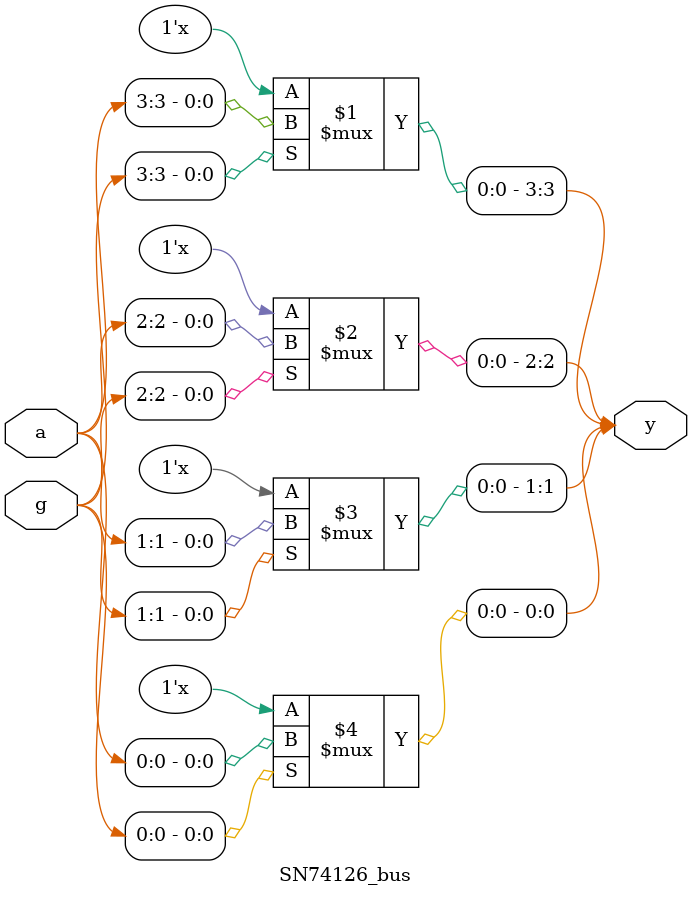
<source format=v>
module SN74126_bus(
   input [3:0] a,
   input [3:0] g,
   output [3:0] y
);
   assign y[3] = g[3] ? a[3] : 1'bz;
   assign y[2] = g[2] ? a[2] : 1'bz;
   assign y[1] = g[1] ? a[1] : 1'bz;
   assign y[0] = g[0] ? a[0] : 1'bz;

endmodule
</source>
